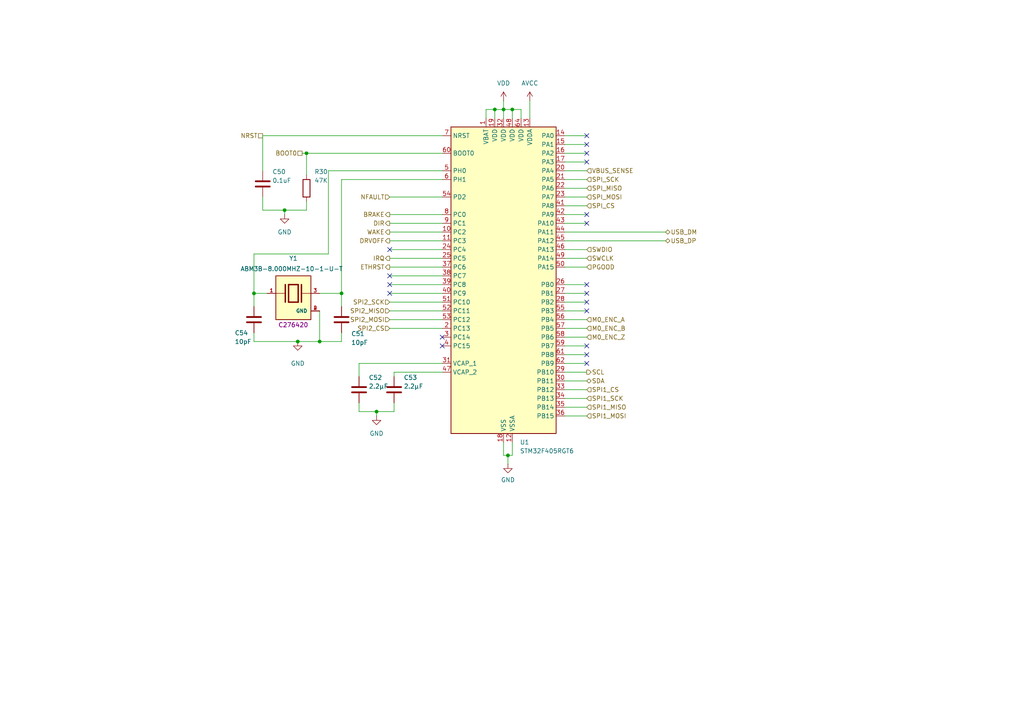
<source format=kicad_sch>
(kicad_sch (version 20231120) (generator "eeschema") (generator_version "8.0")
  (paper "A4")
  (lib_symbols
    (symbol "ABM3B-8.000MHZ-10-1-U-T:ABM3B-8.000MHZ-10-1-U-T" (pin_names (offset 1.016))
      (property "Reference" "Y" (at -5.0878 6.3559 0))
      (property "Value" "ABM3B-8.000MHZ-10-1-U-T" (at -5.0944 -10.16 0))
      (symbol "ABM3B-8.000MHZ-10-1-U-T_0_0"
        (rectangle (start -5.08 -7.62) (end 5.08 5.08) (stroke (width 0.254)) (fill (type background)))
        (polyline (pts (xy -5.08 0) (xy -2.54 0)) (stroke (width 0.1524)))
        (polyline (pts (xy -2.3368 2.54) (xy -2.3368 -2.54)) (stroke (width 0.4064)))
        (polyline (pts (xy -1.397 2.54) (xy -1.397 -2.54)) (stroke (width 0.4064)))
        (polyline (pts (xy -1.397 2.54) (xy 1.397 2.54)) (stroke (width 0.4064)))
        (polyline (pts (xy 1.397 -2.54) (xy -1.397 -2.54)) (stroke (width 0.4064)))
        (polyline (pts (xy 1.397 2.54) (xy 1.397 -2.54)) (stroke (width 0.4064)))
        (polyline (pts (xy 2.3368 2.54) (xy 2.3368 -2.54)) (stroke (width 0.4064)))
        (polyline (pts (xy 2.54 0) (xy 5.08 0)) (stroke (width 0.1524)))
        (pin passive line (at -7.62 0 0) (length 2.54) (name "~") (number "1"))
        (pin power_in line (at 7.62 -5.08 180) (length 2.54) (name "GND") (number "2"))
        (pin passive line (at 7.62 0 180) (length 2.54) (name "~") (number "3"))
        (pin power_in line (at 7.62 -5.08 180) (length 2.54) (name "GND") (number "4"))
      )
    )
    (symbol "Device:C" (pin_numbers hide) (pin_names (offset 0.254))
      (property "Reference" "C" (at 0.635 2.54 0))
      (property "Value" "C" (at 0.635 -2.54 0))
      (symbol "C_0_1"
        (polyline (pts (xy -2.032 -0.762) (xy 2.032 -0.762)) (stroke (width 0.508)))
        (polyline (pts (xy -2.032 0.762) (xy 2.032 0.762)) (stroke (width 0.508)))
      )
      (symbol "C_1_1"
        (pin passive line (at 0 3.81 270) (length 2.794) (name "~") (number "1"))
        (pin passive line (at 0 -3.81 90) (length 2.794) (name "~") (number "2"))
      )
    )
    (symbol "Device:R" (pin_numbers hide) (pin_names (offset 0))
      (property "Reference" "R" (at 2.032 0 90))
      (property "Value" "R" (at 0 0 90))
      (symbol "R_0_1"
        (rectangle (start -1.016 -2.54) (end 1.016 2.54) (stroke (width 0.254)))
      )
      (symbol "R_1_1"
        (pin passive line (at 0 3.81 270) (length 1.27) (name "~") (number "1"))
        (pin passive line (at 0 -3.81 90) (length 1.27) (name "~") (number "2"))
      )
    )
    (symbol "MCU_ST_STM32F4:STM32F405RGTx"
      (property "Reference" "U" (at -15.24 46.99 0))
      (property "Value" "STM32F405RGTx" (at 10.16 46.99 0))
      (symbol "STM32F405RGTx_0_1"
        (rectangle (start -15.24 -43.18) (end 15.24 45.72) (stroke (width 0.254)) (fill (type background)))
      )
      (symbol "STM32F405RGTx_1_1"
        (pin power_in line (at -5.08 48.26 270) (length 2.54) (name "VBAT") (number "1"))
        (pin bidirectional line (at -17.78 15.24 0) (length 2.54) (name "PC2") (number "10"))
        (pin bidirectional line (at -17.78 12.7 0) (length 2.54) (name "PC3") (number "11"))
        (pin power_in line (at 2.54 -45.72 90) (length 2.54) (name "VSSA") (number "12"))
        (pin power_in line (at 7.62 48.26 270) (length 2.54) (name "VDDA") (number "13"))
        (pin bidirectional line (at 17.78 43.18 180) (length 2.54) (name "PA0") (number "14"))
        (pin bidirectional line (at 17.78 40.64 180) (length 2.54) (name "PA1") (number "15"))
        (pin bidirectional line (at 17.78 38.1 180) (length 2.54) (name "PA2") (number "16"))
        (pin bidirectional line (at 17.78 35.56 180) (length 2.54) (name "PA3") (number "17"))
        (pin power_in line (at 0 -45.72 90) (length 2.54) (name "VSS") (number "18"))
        (pin power_in line (at -2.54 48.26 270) (length 2.54) (name "VDD") (number "19"))
        (pin bidirectional line (at -17.78 -12.7 0) (length 2.54) (name "PC13") (number "2"))
        (pin bidirectional line (at 17.78 33.02 180) (length 2.54) (name "PA4") (number "20"))
        (pin bidirectional line (at 17.78 30.48 180) (length 2.54) (name "PA5") (number "21"))
        (pin bidirectional line (at 17.78 27.94 180) (length 2.54) (name "PA6") (number "22"))
        (pin bidirectional line (at 17.78 25.4 180) (length 2.54) (name "PA7") (number "23"))
        (pin bidirectional line (at -17.78 10.16 0) (length 2.54) (name "PC4") (number "24"))
        (pin bidirectional line (at -17.78 7.62 0) (length 2.54) (name "PC5") (number "25"))
        (pin bidirectional line (at 17.78 0 180) (length 2.54) (name "PB0") (number "26"))
        (pin bidirectional line (at 17.78 -2.54 180) (length 2.54) (name "PB1") (number "27"))
        (pin bidirectional line (at 17.78 -5.08 180) (length 2.54) (name "PB2") (number "28"))
        (pin bidirectional line (at 17.78 -25.4 180) (length 2.54) (name "PB10") (number "29"))
        (pin bidirectional line (at -17.78 -15.24 0) (length 2.54) (name "PC14") (number "3"))
        (pin bidirectional line (at 17.78 -27.94 180) (length 2.54) (name "PB11") (number "30"))
        (pin power_out line (at -17.78 -22.86 0) (length 2.54) (name "VCAP_1") (number "31"))
        (pin power_in line (at 0 48.26 270) (length 2.54) (name "VDD") (number "32"))
        (pin bidirectional line (at 17.78 -30.48 180) (length 2.54) (name "PB12") (number "33"))
        (pin bidirectional line (at 17.78 -33.02 180) (length 2.54) (name "PB13") (number "34"))
        (pin bidirectional line (at 17.78 -35.56 180) (length 2.54) (name "PB14") (number "35"))
        (pin bidirectional line (at 17.78 -38.1 180) (length 2.54) (name "PB15") (number "36"))
        (pin bidirectional line (at -17.78 5.08 0) (length 2.54) (name "PC6") (number "37"))
        (pin bidirectional line (at -17.78 2.54 0) (length 2.54) (name "PC7") (number "38"))
        (pin bidirectional line (at -17.78 0 0) (length 2.54) (name "PC8") (number "39"))
        (pin bidirectional line (at -17.78 -17.78 0) (length 2.54) (name "PC15") (number "4"))
        (pin bidirectional line (at -17.78 -2.54 0) (length 2.54) (name "PC9") (number "40"))
        (pin bidirectional line (at 17.78 22.86 180) (length 2.54) (name "PA8") (number "41"))
        (pin bidirectional line (at 17.78 20.32 180) (length 2.54) (name "PA9") (number "42"))
        (pin bidirectional line (at 17.78 17.78 180) (length 2.54) (name "PA10") (number "43"))
        (pin bidirectional line (at 17.78 15.24 180) (length 2.54) (name "PA11") (number "44"))
        (pin bidirectional line (at 17.78 12.7 180) (length 2.54) (name "PA12") (number "45"))
        (pin bidirectional line (at 17.78 10.16 180) (length 2.54) (name "PA13") (number "46"))
        (pin power_out line (at -17.78 -25.4 0) (length 2.54) (name "VCAP_2") (number "47"))
        (pin power_in line (at 2.54 48.26 270) (length 2.54) (name "VDD") (number "48"))
        (pin bidirectional line (at 17.78 7.62 180) (length 2.54) (name "PA14") (number "49"))
        (pin bidirectional line (at -17.78 33.02 0) (length 2.54) (name "PH0") (number "5"))
        (pin bidirectional line (at 17.78 5.08 180) (length 2.54) (name "PA15") (number "50"))
        (pin bidirectional line (at -17.78 -5.08 0) (length 2.54) (name "PC10") (number "51"))
        (pin bidirectional line (at -17.78 -7.62 0) (length 2.54) (name "PC11") (number "52"))
        (pin bidirectional line (at -17.78 -10.16 0) (length 2.54) (name "PC12") (number "53"))
        (pin bidirectional line (at -17.78 25.4 0) (length 2.54) (name "PD2") (number "54"))
        (pin bidirectional line (at 17.78 -7.62 180) (length 2.54) (name "PB3") (number "55"))
        (pin bidirectional line (at 17.78 -10.16 180) (length 2.54) (name "PB4") (number "56"))
        (pin bidirectional line (at 17.78 -12.7 180) (length 2.54) (name "PB5") (number "57"))
        (pin bidirectional line (at 17.78 -15.24 180) (length 2.54) (name "PB6") (number "58"))
        (pin bidirectional line (at 17.78 -17.78 180) (length 2.54) (name "PB7") (number "59"))
        (pin bidirectional line (at -17.78 30.48 0) (length 2.54) (name "PH1") (number "6"))
        (pin input line (at -17.78 38.1 0) (length 2.54) (name "BOOT0") (number "60"))
        (pin bidirectional line (at 17.78 -20.32 180) (length 2.54) (name "PB8") (number "61"))
        (pin bidirectional line (at 17.78 -22.86 180) (length 2.54) (name "PB9") (number "62"))
        (pin passive line (at 0 -45.72 90) (length 2.54) hide (name "VSS") (number "63"))
        (pin power_in line (at 5.08 48.26 270) (length 2.54) (name "VDD") (number "64"))
        (pin input line (at -17.78 43.18 0) (length 2.54) (name "NRST") (number "7"))
        (pin bidirectional line (at -17.78 20.32 0) (length 2.54) (name "PC0") (number "8"))
        (pin bidirectional line (at -17.78 17.78 0) (length 2.54) (name "PC1") (number "9"))
      )
    )
    (symbol "power:GND" (power) (pin_numbers hide) (pin_names (offset 0) hide)
      (property "Value" "GND" (at 0 -3.81 0))
      (symbol "GND_0_1"
        (polyline (pts (xy 0 0) (xy 0 -1.27) (xy 1.27 -1.27) (xy 0 -2.54) (xy -1.27 -1.27) (xy 0 -1.27)))
      )
      (symbol "GND_1_1"
        (pin power_in line (at 0 0 270) (length 0) (name "~") (number "1"))
      )
    )
    (symbol "power:VDD" (power) (pin_numbers hide) (pin_names (offset 0) hide)
      (property "Value" "VDD" (at 0 3.556 0))
      (symbol "VDD_0_1"
        (polyline (pts (xy -0.762 1.27) (xy 0 2.54)))
        (polyline (pts (xy 0 0) (xy 0 2.54)))
        (polyline (pts (xy 0 2.54) (xy 0.762 1.27)))
      )
      (symbol "VDD_1_1"
        (pin power_in line (at 0 0 90) (length 0) (name "~") (number "1"))
      )
    )
    (symbol "power:VDDA" (power) (pin_numbers hide) (pin_names (offset 0) hide)
      (property "Value" "VDDA" (at 0 3.556 0))
      (symbol "VDDA_0_1"
        (polyline (pts (xy -0.762 1.27) (xy 0 2.54)))
        (polyline (pts (xy 0 0) (xy 0 2.54)))
        (polyline (pts (xy 0 2.54) (xy 0.762 1.27)))
      )
      (symbol "VDDA_1_1"
        (pin power_in line (at 0 0 90) (length 0) (name "~") (number "1"))
      )
    )
  )
  (junction (at 73.66 85.09))
  (junction (at 82.55 60.96))
  (junction (at 109.22 119.38))
  (junction (at 92.71 99.06))
  (junction (at 99.06 85.09))
  (junction (at 148.59 31.75))
  (junction (at 146.05 31.75))
  (junction (at 88.9 44.45))
  (junction (at 86.36 99.06))
  (junction (at 147.32 132.08))
  (junction (at 143.51 31.75))
  (no_connect (at 170.18 85.09))
  (no_connect (at 170.18 87.63))
  (no_connect (at 170.18 64.77))
  (no_connect (at 113.03 85.09))
  (no_connect (at 113.03 72.39))
  (no_connect (at 113.03 80.01))
  (no_connect (at 170.18 41.91))
  (no_connect (at 128.27 97.79))
  (no_connect (at 170.18 82.55))
  (no_connect (at 170.18 90.17))
  (no_connect (at 170.18 44.45))
  (no_connect (at 170.18 46.99))
  (no_connect (at 170.18 39.37))
  (no_connect (at 170.18 105.41))
  (no_connect (at 113.03 82.55))
  (no_connect (at 170.18 102.87))
  (no_connect (at 170.18 100.33))
  (no_connect (at 170.18 62.23))
  (no_connect (at 128.27 100.33))
  (wire (pts (xy 113.03 77.47) (xy 128.27 77.47)))
  (wire (pts (xy 114.3 109.22) (xy 114.3 107.95)))
  (wire (pts (xy 146.05 29.21) (xy 146.05 31.75)))
  (wire (pts (xy 128.27 95.25) (xy 113.03 95.25)))
  (wire (pts (xy 92.71 85.09) (xy 99.06 85.09)))
  (wire (pts (xy 95.25 49.53) (xy 95.25 73.66)))
  (wire (pts (xy 87.63 44.45) (xy 88.9 44.45)))
  (wire (pts (xy 76.2 39.37) (xy 76.2 49.53)))
  (wire (pts (xy 128.27 62.23) (xy 113.03 62.23)))
  (wire (pts (xy 170.18 110.49) (xy 163.83 110.49)))
  (wire (pts (xy 163.83 62.23) (xy 170.18 62.23)))
  (wire (pts (xy 104.14 105.41) (xy 104.14 109.22)))
  (wire (pts (xy 114.3 107.95) (xy 128.27 107.95)))
  (wire (pts (xy 163.83 44.45) (xy 170.18 44.45)))
  (wire (pts (xy 113.03 69.85) (xy 128.27 69.85)))
  (wire (pts (xy 73.66 85.09) (xy 73.66 88.9)))
  (wire (pts (xy 76.2 60.96) (xy 82.55 60.96)))
  (wire (pts (xy 73.66 73.66) (xy 73.66 85.09)))
  (wire (pts (xy 163.83 59.69) (xy 170.18 59.69)))
  (wire (pts (xy 170.18 90.17) (xy 163.83 90.17)))
  (wire (pts (xy 163.83 69.85) (xy 193.04 69.85)))
  (wire (pts (xy 153.67 29.21) (xy 153.67 34.29)))
  (wire (pts (xy 113.03 57.15) (xy 128.27 57.15)))
  (wire (pts (xy 170.18 107.95) (xy 163.83 107.95)))
  (wire (pts (xy 163.83 74.93) (xy 170.18 74.93)))
  (wire (pts (xy 163.83 64.77) (xy 170.18 64.77)))
  (wire (pts (xy 163.83 97.79) (xy 170.18 97.79)))
  (wire (pts (xy 163.83 54.61) (xy 170.18 54.61)))
  (wire (pts (xy 163.83 72.39) (xy 170.18 72.39)))
  (wire (pts (xy 146.05 132.08) (xy 147.32 132.08)))
  (wire (pts (xy 128.27 105.41) (xy 104.14 105.41)))
  (wire (pts (xy 146.05 128.27) (xy 146.05 132.08)))
  (wire (pts (xy 163.83 41.91) (xy 170.18 41.91)))
  (wire (pts (xy 128.27 49.53) (xy 95.25 49.53)))
  (wire (pts (xy 163.83 113.03) (xy 170.18 113.03)))
  (wire (pts (xy 170.18 57.15) (xy 163.83 57.15)))
  (wire (pts (xy 88.9 44.45) (xy 88.9 50.8)))
  (wire (pts (xy 113.03 80.01) (xy 128.27 80.01)))
  (wire (pts (xy 88.9 60.96) (xy 82.55 60.96)))
  (wire (pts (xy 148.59 132.08) (xy 148.59 128.27)))
  (wire (pts (xy 163.83 39.37) (xy 170.18 39.37)))
  (wire (pts (xy 170.18 87.63) (xy 163.83 87.63)))
  (wire (pts (xy 128.27 64.77) (xy 113.03 64.77)))
  (wire (pts (xy 88.9 44.45) (xy 128.27 44.45)))
  (wire (pts (xy 76.2 39.37) (xy 128.27 39.37)))
  (wire (pts (xy 76.2 57.15) (xy 76.2 60.96)))
  (wire (pts (xy 151.13 31.75) (xy 151.13 34.29)))
  (wire (pts (xy 146.05 31.75) (xy 148.59 31.75)))
  (wire (pts (xy 147.32 132.08) (xy 148.59 132.08)))
  (wire (pts (xy 147.32 132.08) (xy 147.32 134.62)))
  (wire (pts (xy 88.9 60.96) (xy 88.9 58.42)))
  (wire (pts (xy 82.55 62.23) (xy 82.55 60.96)))
  (wire (pts (xy 170.18 77.47) (xy 163.83 77.47)))
  (wire (pts (xy 143.51 31.75) (xy 146.05 31.75)))
  (wire (pts (xy 73.66 85.09) (xy 77.47 85.09)))
  (wire (pts (xy 86.36 99.06) (xy 92.71 99.06)))
  (wire (pts (xy 128.27 90.17) (xy 113.03 90.17)))
  (wire (pts (xy 114.3 119.38) (xy 114.3 116.84)))
  (wire (pts (xy 140.97 31.75) (xy 143.51 31.75)))
  (wire (pts (xy 148.59 31.75) (xy 151.13 31.75)))
  (wire (pts (xy 113.03 82.55) (xy 128.27 82.55)))
  (wire (pts (xy 163.83 46.99) (xy 170.18 46.99)))
  (wire (pts (xy 170.18 120.65) (xy 163.83 120.65)))
  (wire (pts (xy 163.83 92.71) (xy 170.18 92.71)))
  (wire (pts (xy 163.83 49.53) (xy 170.18 49.53)))
  (wire (pts (xy 170.18 115.57) (xy 163.83 115.57)))
  (wire (pts (xy 170.18 105.41) (xy 163.83 105.41)))
  (wire (pts (xy 146.05 34.29) (xy 146.05 31.75)))
  (wire (pts (xy 128.27 87.63) (xy 113.03 87.63)))
  (wire (pts (xy 109.22 120.65) (xy 109.22 119.38)))
  (wire (pts (xy 143.51 34.29) (xy 143.51 31.75)))
  (wire (pts (xy 113.03 74.93) (xy 128.27 74.93)))
  (wire (pts (xy 170.18 102.87) (xy 163.83 102.87)))
  (wire (pts (xy 99.06 52.07) (xy 99.06 85.09)))
  (wire (pts (xy 170.18 118.11) (xy 163.83 118.11)))
  (wire (pts (xy 148.59 31.75) (xy 148.59 34.29)))
  (wire (pts (xy 128.27 52.07) (xy 99.06 52.07)))
  (wire (pts (xy 92.71 90.17) (xy 92.71 99.06)))
  (wire (pts (xy 113.03 67.31) (xy 128.27 67.31)))
  (wire (pts (xy 170.18 85.09) (xy 163.83 85.09)))
  (wire (pts (xy 170.18 100.33) (xy 163.83 100.33)))
  (wire (pts (xy 163.83 52.07) (xy 170.18 52.07)))
  (wire (pts (xy 104.14 119.38) (xy 109.22 119.38)))
  (wire (pts (xy 104.14 116.84) (xy 104.14 119.38)))
  (wire (pts (xy 73.66 96.52) (xy 73.66 99.06)))
  (wire (pts (xy 99.06 85.09) (xy 99.06 88.9)))
  (wire (pts (xy 170.18 82.55) (xy 163.83 82.55)))
  (wire (pts (xy 163.83 67.31) (xy 193.04 67.31)))
  (wire (pts (xy 128.27 92.71) (xy 113.03 92.71)))
  (wire (pts (xy 92.71 99.06) (xy 99.06 99.06)))
  (wire (pts (xy 109.22 119.38) (xy 114.3 119.38)))
  (wire (pts (xy 99.06 99.06) (xy 99.06 96.52)))
  (wire (pts (xy 73.66 73.66) (xy 95.25 73.66)))
  (wire (pts (xy 140.97 34.29) (xy 140.97 31.75)))
  (wire (pts (xy 73.66 99.06) (xy 86.36 99.06)))
  (wire (pts (xy 128.27 85.09) (xy 113.03 85.09)))
  (wire (pts (xy 113.03 72.39) (xy 128.27 72.39)))
  (wire (pts (xy 163.83 95.25) (xy 170.18 95.25)))
  (hierarchical_label "M0_ENC_Z" (shape input) (at 170.18 97.79 0))
  (hierarchical_label "PGOOD" (shape input) (at 170.18 77.47 0))
  (hierarchical_label "DRVOFF" (shape output) (at 113.03 69.85 180))
  (hierarchical_label "SPI1_SCK" (shape input) (at 170.18 115.57 0))
  (hierarchical_label "ETHRST" (shape output) (at 113.03 77.47 180))
  (hierarchical_label "DIR" (shape output) (at 113.03 64.77 180))
  (hierarchical_label "SDA" (shape bidirectional) (at 170.18 110.49 0))
  (hierarchical_label "BOOT0" (shape passive) (at 87.63 44.45 180))
  (hierarchical_label "SPI2_SCK" (shape input) (at 113.03 87.63 180))
  (hierarchical_label "SPI_SCK" (shape input) (at 170.18 52.07 0))
  (hierarchical_label "NFAULT" (shape input) (at 113.03 57.15 180))
  (hierarchical_label "NRST" (shape passive) (at 76.2 39.37 180))
  (hierarchical_label "SWDIO" (shape input) (at 170.18 72.39 0))
  (hierarchical_label "IRQ" (shape output) (at 113.03 74.93 180))
  (hierarchical_label "SPI1_MISO" (shape input) (at 170.18 118.11 0))
  (hierarchical_label "WAKE" (shape output) (at 113.03 67.31 180))
  (hierarchical_label "VBUS_SENSE" (shape input) (at 170.18 49.53 0))
  (hierarchical_label "SWCLK" (shape input) (at 170.18 74.93 0))
  (hierarchical_label "SCL" (shape output) (at 170.18 107.95 0))
  (hierarchical_label "SPI1_CS" (shape input) (at 170.18 113.03 0))
  (hierarchical_label "BRAKE" (shape output) (at 113.03 62.23 180))
  (hierarchical_label "SPI_CS" (shape input) (at 170.18 59.69 0))
  (hierarchical_label "M0_ENC_A" (shape input) (at 170.18 92.71 0))
  (hierarchical_label "SPI2_MISO" (shape input) (at 113.03 90.17 180))
  (hierarchical_label "USB_DM" (shape bidirectional) (at 193.04 67.31 0))
  (hierarchical_label "SPI_MOSI" (shape input) (at 170.18 57.15 0))
  (hierarchical_label "SPI2_CS" (shape input) (at 113.03 95.25 180))
  (hierarchical_label "SPI2_MOSI" (shape input) (at 113.03 92.71 180))
  (hierarchical_label "USB_DP" (shape bidirectional) (at 193.04 69.85 0))
  (hierarchical_label "SPI_MISO" (shape input) (at 170.18 54.61 0))
  (hierarchical_label "M0_ENC_B" (shape input) (at 170.18 95.25 0))
  (hierarchical_label "SPI1_MOSI" (shape input) (at 170.18 120.65 0))
  (symbol (lib_id "Device:C") (at 114.3 113.03 0) (unit 1)
    (property "Reference" "C53" (at 117.094 110.236 0) (effects (justify left bottom)))
    (property "Value" "${CAPACITANCE}" (at 117.094 112.776 0) (effects (justify left bottom)))
    (property "Footprint" "Capacitor_SMD:C_0603_1608Metric" (effects (hide yes)))
    (property "Description" "CAP CER 2.2UF 16V X5R 0603" (effects (hide yes)))
    (property "SUPPLIER 1" "Digi-Key" (effects (hide yes)))
    (property "SUPPLIER PART NUMBER 1" "490-3296-1-ND" (effects (hide yes)))
    (property "MANUFACTURER" "Murata Electronics North America" (effects (hide yes)))
    (property "MANUFACTURER PART NUMBER" "GRM188R61C225KE15D" (effects (hide yes)))
    (property "ROHS" "RoHS Compliant" (effects (hide yes)))
    (property "CATEGORY" "Capacitors" (effects (hide yes)))
    (property "STOCK 1" "1255740" (effects (hide yes)))
    (property "PRICING 1" "1=0.12, 10=0.08, 50=0.046, 100=0.038, 250=0.032, 500=0.0268, 1000=0.022 (USD)" (effects (hide yes)))
    (property "PACKAGING" "Cut Tape (CT)" (effects (hide yes)))
    (property "CAPACITANCE" "2.2µF" (effects (hide yes)))
    (property "TOLERANCE" "±10%" (effects (hide yes)))
    (property "VOLTAGE - RATED" "16V" (effects (hide yes)))
    (property "TEMPERATURE COEFFICIENT" "X5R" (effects (hide yes)))
    (property "MOUNTING TYPE" "Surface Mount, MLCC" (effects (hide yes)))
    (property "OPERATING TEMPERATURE" "-55°C ~ 85°C" (effects (hide yes)))
    (property "APPLICATIONS" "General Purpose" (effects (hide yes)))
    (property "RATINGS" "-" (effects (hide yes)))
    (property "PACKAGE / CASE" "0603 (1608 Metric)" (effects (hide yes)))
    (property "SIZE / DIMENSION" "0.063\" L x 0.031\" W (1.60mm x 0.80mm)" (effects (hide yes)))
    (property "HEIGHT - SEATED (MAX)" "-" (effects (hide yes)))
    (property "THICKNESS (MAX)" "0.035\" (0.90mm)" (effects (hide yes)))
    (property "LEAD SPACING" "-" (effects (hide yes)))
    (property "FEATURES" "-" (effects (hide yes)))
    (property "LEAD STYLE" "-" (effects (hide yes)))
    (property "COMPONENTLINK1URL" "http://www.murata.com/~/media/webrenewal/support/library/catalog/products/capacitor/mlcc/c02e.pdf" (effects (hide yes)))
    (property "COMPONENTLINK1DESCRIPTION" "http://www.murata.com/~/media/webrenewal/support/library/catalog/products/capacitor/mlcc/c02e.pdf" (effects (hide yes)))
  )
  (symbol (lib_id "power:VDDA") (at 153.67 29.21 0) (unit 1)
    (property "Reference" "#PWR068" (effects (hide yes)))
    (property "Value" "AVCC" (at 153.67 24.13 0))
    (property "Description" "Power symbol creates a global label with name \"VDDA\"" (effects (hide yes)))
  )
  (symbol (lib_id "MCU_ST_STM32F4:STM32F405RGTx") (at 146.05 82.55 0) (unit 1)
    (property "Reference" "U1" (at 150.7841 128.27 0) (effects (justify left)))
    (property "Value" "STM32F405RGT6" (at 150.7841 130.81 0) (effects (justify left)))
    (property "Footprint" "Package_QFP:LQFP-64_10x10mm_P0.5mm" (effects (hide yes)))
    (property "Datasheet" "https://www.st.com/resource/en/datasheet/stm32f405rg.pdf" (effects (hide yes)))
    (property "Description" "STMicroelectronics Arm Cortex-M4 MCU, 1024KB flash, 192KB RAM, 168 MHz, 1.8-3.6V, 51 GPIO, LQFP64" (effects (hide yes)))
    (property "LCSC Part Number" "C15742" (effects (hide yes)))
  )
  (symbol (lib_id "Device:C") (at 99.06 92.71 0) (unit 1)
    (property "Reference" "C51" (at 101.854 97.536 0) (effects (justify left bottom)))
    (property "Value" "${CAPACITANCE}" (at 101.854 100.076 0) (effects (justify left bottom)))
    (property "Footprint" "Capacitor_SMD:C_0603_1608Metric" (effects (hide yes)))
    (property "Description" "CAP CER 10PF 50V NP0 0603" (effects (hide yes)))
    (property "SUPPLIER 1" "Digi-Key" (effects (hide yes)))
    (property "SUPPLIER PART NUMBER 1" "490-1403-1-ND" (effects (hide yes)))
    (property "MANUFACTURER" "Murata Electronics North America" (effects (hide yes)))
    (property "MANUFACTURER PART NUMBER" "GRM1885C1H100JA01D" (effects (hide yes)))
    (property "ROHS" "RoHS Compliant" (effects (hide yes)))
    (property "CATEGORY" "Capacitors" (effects (hide yes)))
    (property "STOCK 1" "450321" (effects (hide yes)))
    (property "PRICING 1" "1=0.1, 10=0.041, 50=0.0222, 100=0.0187, 250=0.01532, 500=0.0131, 1000=0.0102 (USD)" (effects (hide yes)))
    (property "PACKAGING" "Cut Tape (CT)" (effects (hide yes)))
    (property "CAPACITANCE" "10pF" (effects (hide yes)))
    (property "TOLERANCE" "±5%" (effects (hide yes)))
    (property "VOLTAGE - RATED" "50V" (effects (hide yes)))
    (property "TEMPERATURE COEFFICIENT" "C0G, NP0" (effects (hide yes)))
    (property "MOUNTING TYPE" "Surface Mount, MLCC" (effects (hide yes)))
    (property "OPERATING TEMPERATURE" "-55°C ~ 125°C" (effects (hide yes)))
    (property "APPLICATIONS" "General Purpose" (effects (hide yes)))
    (property "RATINGS" "-" (effects (hide yes)))
    (property "PACKAGE / CASE" "0603 (1608 Metric)" (effects (hide yes)))
    (property "SIZE / DIMENSION" "0.063\" L x 0.031\" W (1.60mm x 0.80mm)" (effects (hide yes)))
    (property "HEIGHT - SEATED (MAX)" "-" (effects (hide yes)))
    (property "THICKNESS (MAX)" "0.035\" (0.90mm)" (effects (hide yes)))
    (property "LEAD SPACING" "-" (effects (hide yes)))
    (property "FEATURES" "-" (effects (hide yes)))
    (property "LEAD STYLE" "-" (effects (hide yes)))
    (property "COMPONENTLINK1URL" "http://www.murata.com/~/media/webrenewal/support/library/catalog/products/capacitor/mlcc/c02e.pdf" (effects (hide yes)))
    (property "COMPONENTLINK1DESCRIPTION" "http://www.murata.com/~/media/webrenewal/support/library/catalog/products/capacitor/mlcc/c02e.pdf" (effects (hide yes)))
  )
  (symbol (lib_id "power:VDD") (at 146.05 29.21 0) (unit 1)
    (property "Reference" "#PWR066" (effects (hide yes)))
    (property "Value" "VDD" (at 146.05 24.13 0))
    (property "Description" "Power symbol creates a global label with name \"VDD\"" (effects (hide yes)))
  )
  (symbol (lib_id "ABM3B-8.000MHZ-10-1-U-T:ABM3B-8.000MHZ-10-1-U-T") (at 85.09 85.09 0) (unit 1)
    (property "Reference" "Y1" (at 85.09 74.93 0))
    (property "Value" "ABM3B-8.000MHZ-10-1-U-T" (at 84.582 77.978 0))
    (property "Footprint" "Crystal:Crystal_SMD_5032-4Pin_5.0x3.2mm" (effects (hide yes)))
    (property "MF" "Abracon" (effects (hide yes)))
    (property "MAXIMUM_PACKAGE_HEIGHT" "1.1 mm" (effects (hide yes)))
    (property "Package" "SMD-4 Abracon LLC" (effects (hide yes)))
    (property "Price" "None" (effects (hide yes)))
    (property "Check_prices" "https://www.snapeda.com/parts/ABM3B-8.000MHZ-10-1-U-T/Abracon+LLC/view-part/?ref=eda" (effects (hide yes)))
    (property "STANDARD" "Manufacturer Recommendations" (effects (hide yes)))
    (property "PARTREV" "08.25.15" (effects (hide yes)))
    (property "SnapEDA_Link" "https://www.snapeda.com/parts/ABM3B-8.000MHZ-10-1-U-T/Abracon+LLC/view-part/?ref=snap" (effects (hide yes)))
    (property "MP" "ABM3B-8.000MHZ-10-1-U-T" (effects (hide yes)))
    (property "Description_1" "\n8 MHz ±10ppm Crystal 10pF 200 Ohms 4-SMD, No Lead\n" (effects (hide yes)))
    (property "Availability" "In Stock" (effects (hide yes)))
    (property "MANUFACTURER" "Abracon" (effects (hide yes)))
    (property "LCSC Part Number" " C276420" (at 84.582 94.234 0))
  )
  (symbol (lib_id "Device:C") (at 73.66 92.71 0) (unit 1)
    (property "Reference" "C54" (at 68.072 97.282 0) (effects (justify left bottom)))
    (property "Value" "${CAPACITANCE}" (at 68.072 99.822 0) (effects (justify left bottom)))
    (property "Footprint" "Capacitor_SMD:C_0603_1608Metric" (effects (hide yes)))
    (property "Description" "CAP CER 10PF 50V NP0 0603" (effects (hide yes)))
    (property "SUPPLIER 1" "Digi-Key" (effects (hide yes)))
    (property "SUPPLIER PART NUMBER 1" "490-1403-1-ND" (effects (hide yes)))
    (property "MANUFACTURER" "Murata Electronics North America" (effects (hide yes)))
    (property "MANUFACTURER PART NUMBER" "GRM1885C1H100JA01D" (effects (hide yes)))
    (property "ROHS" "RoHS Compliant" (effects (hide yes)))
    (property "CATEGORY" "Capacitors" (effects (hide yes)))
    (property "STOCK 1" "450321" (effects (hide yes)))
    (property "PRICING 1" "1=0.1, 10=0.041, 50=0.0222, 100=0.0187, 250=0.01532, 500=0.0131, 1000=0.0102 (USD)" (effects (hide yes)))
    (property "PACKAGING" "Cut Tape (CT)" (effects (hide yes)))
    (property "CAPACITANCE" "10pF" (effects (hide yes)))
    (property "TOLERANCE" "±5%" (effects (hide yes)))
    (property "VOLTAGE - RATED" "50V" (effects (hide yes)))
    (property "TEMPERATURE COEFFICIENT" "C0G, NP0" (effects (hide yes)))
    (property "MOUNTING TYPE" "Surface Mount, MLCC" (effects (hide yes)))
    (property "OPERATING TEMPERATURE" "-55°C ~ 125°C" (effects (hide yes)))
    (property "APPLICATIONS" "General Purpose" (effects (hide yes)))
    (property "RATINGS" "-" (effects (hide yes)))
    (property "PACKAGE / CASE" "0603 (1608 Metric)" (effects (hide yes)))
    (property "SIZE / DIMENSION" "0.063\" L x 0.031\" W (1.60mm x 0.80mm)" (effects (hide yes)))
    (property "HEIGHT - SEATED (MAX)" "-" (effects (hide yes)))
    (property "THICKNESS (MAX)" "0.035\" (0.90mm)" (effects (hide yes)))
    (property "LEAD SPACING" "-" (effects (hide yes)))
    (property "FEATURES" "-" (effects (hide yes)))
    (property "LEAD STYLE" "-" (effects (hide yes)))
    (property "COMPONENTLINK1URL" "http://www.murata.com/~/media/webrenewal/support/library/catalog/products/capacitor/mlcc/c02e.pdf" (effects (hide yes)))
    (property "COMPONENTLINK1DESCRIPTION" "http://www.murata.com/~/media/webrenewal/support/library/catalog/products/capacitor/mlcc/c02e.pdf" (effects (hide yes)))
  )
  (symbol (lib_id "power:GND") (at 82.55 62.23 0) (unit 1)
    (property "Reference" "#PWR063" (effects (hide yes)))
    (property "Value" "GND" (at 82.55 67.31 0))
    (property "Description" "Power symbol creates a global label with name \"GND\" , ground" (effects (hide yes)))
  )
  (symbol (lib_id "Device:C") (at 76.2 53.34 0) (unit 1)
    (property "Reference" "C50" (at 78.994 50.546 0) (effects (justify left bottom)))
    (property "Value" "${CAPACITANCE}" (at 78.994 53.086 0) (effects (justify left bottom)))
    (property "Footprint" "Capacitor_SMD:C_0603_1608Metric" (effects (hide yes)))
    (property "Description" "CAP CER 0.1UF 50V X7R 0603" (effects (hide yes)))
    (property "SUPPLIER 1" "Digi-Key" (effects (hide yes)))
    (property "SUPPLIER PART NUMBER 1" "490-1519-2-ND" (effects (hide yes)))
    (property "MANUFACTURER" "Murata Electronics North America" (effects (hide yes)))
    (property "MANUFACTURER PART NUMBER" "GRM188R71H104KA93D" (effects (hide yes)))
    (property "ROHS" "RoHS Compliant" (effects (hide yes)))
    (property "CATEGORY" "Capacitors" (effects (hide yes)))
    (property "PRICING 1" "4000=0.01822, 8000=0.01663, 12000=0.01584 (USD)" (effects (hide yes)))
    (property "PACKAGING" "Tape & Reel (TR)" (effects (hide yes)))
    (property "CAPACITANCE" "0.1uF" (effects (hide yes)))
    (property "TOLERANCE" "±10%" (effects (hide yes)))
    (property "VOLTAGE - RATED" "50V" (effects (hide yes)))
    (property "TEMPERATURE COEFFICIENT" "X7R" (effects (hide yes)))
    (property "MOUNTING TYPE" "Surface Mount, MLCC" (effects (hide yes)))
    (property "OPERATING TEMPERATURE" "-55°C ~ 125°C" (effects (hide yes)))
    (property "APPLICATIONS" "General Purpose" (effects (hide yes)))
    (property "RATINGS" "-" (effects (hide yes)))
    (property "PACKAGE / CASE" "0603 (1608 Metric)" (effects (hide yes)))
    (property "SIZE / DIMENSION" "0.063\" L x 0.032\" W (1.60mm x 0.80mm)" (effects (hide yes)))
    (property "HEIGHT - SEATED (MAX)" "-" (effects (hide yes)))
    (property "THICKNESS (MAX)" "0.035\" (0.90mm)" (effects (hide yes)))
    (property "LEAD SPACING" "-" (effects (hide yes)))
    (property "FEATURES" "-" (effects (hide yes)))
    (property "LEAD STYLE" "-" (effects (hide yes)))
    (property "COMPONENTLINK1URL" "http://www.murata.com/~/media/webrenewal/support/library/catalog/products/capacitor/mlcc/c02e.ashx?la=en-us" (effects (hide yes)))
    (property "COMPONENTLINK1DESCRIPTION" "http://www.murata.com/~/media/webrenewal/support/library/catalog/products/capacitor/mlcc/c02e.ashx?la=en-us" (effects (hide yes)))
    (property "STOCK" "19812000" (effects (hide yes)))
    (property "PART STATUS" "Active" (effects (hide yes)))
    (property "SUPPLIER 2" "Digi-Key" (effects (hide yes)))
    (property "SUPPLIER PART NUMBER 2" "490-1519-1-ND" (effects (hide yes)))
    (property "PRICING 2" "1=0.12, 10=0.084, 100=0.0396, 500=0.02778, 1000=0.023 (USD)" (effects (hide yes)))
  )
  (symbol (lib_id "Device:C") (at 104.14 113.03 0) (unit 1)
    (property "Reference" "C52" (at 106.934 110.236 0) (effects (justify left bottom)))
    (property "Value" "${CAPACITANCE}" (at 106.934 112.776 0) (effects (justify left bottom)))
    (property "Footprint" "Capacitor_SMD:C_0603_1608Metric" (effects (hide yes)))
    (property "Description" "CAP CER 2.2UF 16V X5R 0603" (effects (hide yes)))
    (property "SUPPLIER 1" "Digi-Key" (effects (hide yes)))
    (property "SUPPLIER PART NUMBER 1" "490-3296-1-ND" (effects (hide yes)))
    (property "MANUFACTURER" "Murata Electronics North America" (effects (hide yes)))
    (property "MANUFACTURER PART NUMBER" "GRM188R61C225KE15D" (effects (hide yes)))
    (property "ROHS" "RoHS Compliant" (effects (hide yes)))
    (property "CATEGORY" "Capacitors" (effects (hide yes)))
    (property "STOCK 1" "1255740" (effects (hide yes)))
    (property "PRICING 1" "1=0.12, 10=0.08, 50=0.046, 100=0.038, 250=0.032, 500=0.0268, 1000=0.022 (USD)" (effects (hide yes)))
    (property "PACKAGING" "Cut Tape (CT)" (effects (hide yes)))
    (property "CAPACITANCE" "2.2µF" (effects (hide yes)))
    (property "TOLERANCE" "±10%" (effects (hide yes)))
    (property "VOLTAGE - RATED" "16V" (effects (hide yes)))
    (property "TEMPERATURE COEFFICIENT" "X5R" (effects (hide yes)))
    (property "MOUNTING TYPE" "Surface Mount, MLCC" (effects (hide yes)))
    (property "OPERATING TEMPERATURE" "-55°C ~ 85°C" (effects (hide yes)))
    (property "APPLICATIONS" "General Purpose" (effects (hide yes)))
    (property "RATINGS" "-" (effects (hide yes)))
    (property "PACKAGE / CASE" "0603 (1608 Metric)" (effects (hide yes)))
    (property "SIZE / DIMENSION" "0.063\" L x 0.031\" W (1.60mm x 0.80mm)" (effects (hide yes)))
    (property "HEIGHT - SEATED (MAX)" "-" (effects (hide yes)))
    (property "THICKNESS (MAX)" "0.035\" (0.90mm)" (effects (hide yes)))
    (property "LEAD SPACING" "-" (effects (hide yes)))
    (property "FEATURES" "-" (effects (hide yes)))
    (property "LEAD STYLE" "-" (effects (hide yes)))
    (property "COMPONENTLINK1URL" "http://www.murata.com/~/media/webrenewal/support/library/catalog/products/capacitor/mlcc/c02e.pdf" (effects (hide yes)))
    (property "COMPONENTLINK1DESCRIPTION" "http://www.murata.com/~/media/webrenewal/support/library/catalog/products/capacitor/mlcc/c02e.pdf" (effects (hide yes)))
  )
  (symbol (lib_id "power:GND") (at 86.36 99.06 0) (unit 1)
    (property "Reference" "#PWR064" (effects (hide yes)))
    (property "Value" "GND" (at 86.36 105.41 0))
  )
  (symbol (lib_id "Device:R") (at 88.9 54.61 0) (unit 1)
    (property "Reference" "R30" (at 91.186 50.546 0) (effects (justify left bottom)))
    (property "Value" "47K" (at 91.186 53.086 0) (effects (justify left bottom)))
    (property "Footprint" "Resistor_SMD:R_0603_1608Metric" (effects (hide yes)))
    (property "Description" "RES SMD 47K OHM 1% 1/10W 0603" (effects (hide yes)))
    (property "SUPPLIER 1" "Digi-Key" (effects (hide yes)))
    (property "SUPPLIER PART NUMBER 1" "311-47.0KHRCT-ND" (effects (hide yes)))
    (property "MANUFACTURER" "Yageo" (effects (hide yes)))
    (property "MANUFACTURER PART NUMBER" "RC0603FR-0747KL" (effects (hide yes)))
    (property "ROHS" "RoHS Compliant" (effects (hide yes)))
    (property "CATEGORY" "Resistors" (effects (hide yes)))
    (property "STOCK 1" "930868" (effects (hide yes)))
    (property "PRICING 1" "1=0.1, 10=0.014, 25=0.01, 100=0.0057, 250=0.00436, 500=0.00348, 1000=0.00257, 2500=0.00223 (USD)" (effects (hide yes)))
    (property "PACKAGING" "Cut Tape (CT)" (effects (hide yes)))
    (property "RESISTANCE (OHMS)" "47k" (effects (hide yes)))
    (property "TOLERANCE" "±1%" (effects (hide yes)))
    (property "POWER (WATTS)" "0.1W, 1/10W" (effects (hide yes)))
    (property "COMPOSITION" "Thick Film" (effects (hide yes)))
    (property "FEATURES" "Moisture Resistant" (effects (hide yes)))
    (property "TEMPERATURE COEFFICIENT" "±100ppm/°C" (effects (hide yes)))
    (property "OPERATING TEMPERATURE" "-55°C ~ 155°C" (effects (hide yes)))
    (property "PACKAGE / CASE" "0603 (1608 Metric)" (effects (hide yes)))
    (property "SUPPLIER DEVICE PACKAGE" "0603" (effects (hide yes)))
    (property "SIZE / DIMENSION" "0.063\" L x 0.031\" W (1.60mm x 0.80mm)" (effects (hide yes)))
    (property "HEIGHT" "0.022\" (0.55mm)" (effects (hide yes)))
    (property "NUMBER OF TERMINATIONS" "2" (effects (hide yes)))
    (property "COMPONENTLINK1URL" "http://www.yageo.com/documents/recent/PYu-RC_Group_51_RoHS_L_04.pdf" (effects (hide yes)))
    (property "COMPONENTLINK1DESCRIPTION" "http://www.yageo.com/documents/recent/PYu-RC_Group_51_RoHS_L_04.pdf" (effects (hide yes)))
  )
  (symbol (lib_id "power:GND") (at 109.22 120.65 0) (unit 1)
    (property "Reference" "#PWR065" (effects (hide yes)))
    (property "Value" "GND" (at 109.22 125.73 0))
    (property "Description" "Power symbol creates a global label with name \"GND\" , ground" (effects (hide yes)))
  )
  (symbol (lib_id "power:GND") (at 147.32 134.62 0) (unit 1)
    (property "Reference" "#PWR067" (effects (hide yes)))
    (property "Value" "GND" (at 147.32 139.192 0))
    (property "Description" "Power symbol creates a global label with name \"GND\" , ground" (effects (hide yes)))
  )
)
</source>
